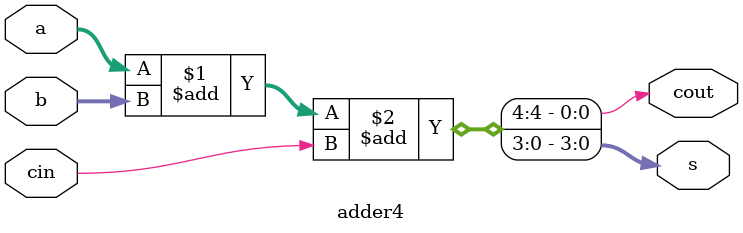
<source format=v>
/*Generation of status flag:
sign = whether sume is positive or negative
zero = whether sum is zero
carry = whether there is a carry out of last stage 
parity = whether number of 1's in sum is even or odd
overflow = whether sum cannot fit in 16-bits 
*/

module ALU(x,y,z,sign,zero,carry,parity,overflow);
input [15:0] x,y;
output [15:0] z;
output sign,zero,carry,parity,overflow;
wire c[3:1];
assign sign=z[15];
assign zero=~|z;
assign parity= ~^z;
assign overflow=(x[15]&y[15]&~z[15]) | (~x[15] & ~y[15] & z[15]);

adder4 A0(z[3:0], c[1], x[3:0],y[3:0],1'b0);
adder4 A1(z[7:4], c[2], x[7:4],y[7:4],c[1]);
adder4 A2(z[11:8], c[3], x[11:8],y[11:8],c[2]);
adder4 A3(z[15:12], carry, x[15:12],y[15:12],c[3]);
endmodule

module adder4(s,cout,a,b,cin);
input[3:0] a,b;
input cin;
output [3:0] s;
output cout;
assign {cout,s}=a+b+cin;
endmodule

</source>
